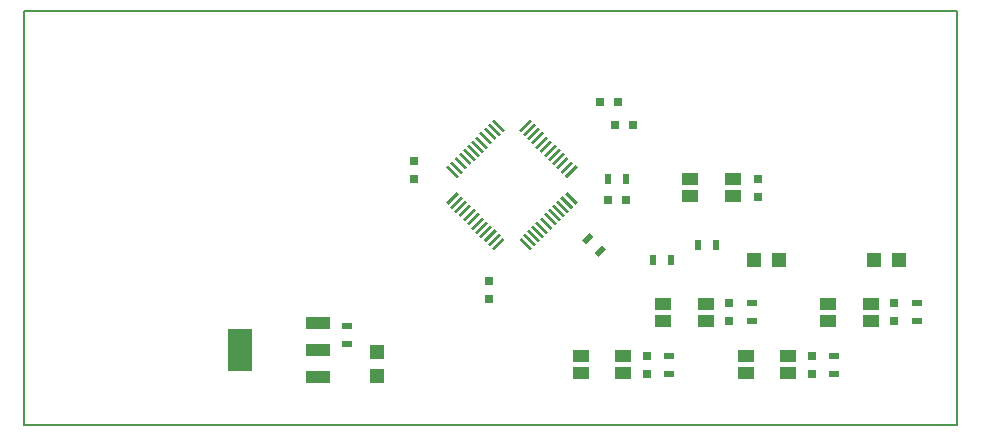
<source format=gbr>
G04 #@! TF.FileFunction,Paste,Top*
%FSLAX46Y46*%
G04 Gerber Fmt 4.6, Leading zero omitted, Abs format (unit mm)*
G04 Created by KiCad (PCBNEW 4.0.0-rc1-stable) date 01.11.2015 14:42:16*
%MOMM*%
G01*
G04 APERTURE LIST*
%ADD10C,0.100000*%
%ADD11C,0.150000*%
%ADD12R,1.198880X1.198880*%
%ADD13R,1.400000X1.050000*%
%ADD14R,2.032000X3.657600*%
%ADD15R,2.032000X1.016000*%
%ADD16R,0.750000X0.800000*%
%ADD17R,0.800000X0.750000*%
%ADD18R,0.500000X0.900000*%
%ADD19R,0.900000X0.500000*%
G04 APERTURE END LIST*
D10*
D11*
X137420000Y-107950000D02*
X58420000Y-107950000D01*
X137420000Y-72950000D02*
X137420000Y-107950000D01*
X58420000Y-72950000D02*
X137420000Y-72950000D01*
X58420000Y-107950000D02*
X58420000Y-72950000D01*
D10*
G36*
X105086689Y-85950621D02*
X105263466Y-86127398D01*
X104344227Y-87046637D01*
X104167450Y-86869860D01*
X105086689Y-85950621D01*
X105086689Y-85950621D01*
G37*
G36*
X104733136Y-85597068D02*
X104909913Y-85773845D01*
X103990674Y-86693084D01*
X103813897Y-86516307D01*
X104733136Y-85597068D01*
X104733136Y-85597068D01*
G37*
G36*
X104379582Y-85243514D02*
X104556359Y-85420291D01*
X103637120Y-86339530D01*
X103460343Y-86162753D01*
X104379582Y-85243514D01*
X104379582Y-85243514D01*
G37*
G36*
X104026029Y-84889961D02*
X104202806Y-85066738D01*
X103283567Y-85985977D01*
X103106790Y-85809200D01*
X104026029Y-84889961D01*
X104026029Y-84889961D01*
G37*
G36*
X103672476Y-84536408D02*
X103849253Y-84713185D01*
X102930014Y-85632424D01*
X102753237Y-85455647D01*
X103672476Y-84536408D01*
X103672476Y-84536408D01*
G37*
G36*
X103318922Y-84182854D02*
X103495699Y-84359631D01*
X102576460Y-85278870D01*
X102399683Y-85102093D01*
X103318922Y-84182854D01*
X103318922Y-84182854D01*
G37*
G36*
X102965369Y-83829301D02*
X103142146Y-84006078D01*
X102222907Y-84925317D01*
X102046130Y-84748540D01*
X102965369Y-83829301D01*
X102965369Y-83829301D01*
G37*
G36*
X102611815Y-83475747D02*
X102788592Y-83652524D01*
X101869353Y-84571763D01*
X101692576Y-84394986D01*
X102611815Y-83475747D01*
X102611815Y-83475747D01*
G37*
G36*
X102258262Y-83122194D02*
X102435039Y-83298971D01*
X101515800Y-84218210D01*
X101339023Y-84041433D01*
X102258262Y-83122194D01*
X102258262Y-83122194D01*
G37*
G36*
X101904709Y-82768641D02*
X102081486Y-82945418D01*
X101162247Y-83864657D01*
X100985470Y-83687880D01*
X101904709Y-82768641D01*
X101904709Y-82768641D01*
G37*
G36*
X101551155Y-82415087D02*
X101727932Y-82591864D01*
X100808693Y-83511103D01*
X100631916Y-83334326D01*
X101551155Y-82415087D01*
X101551155Y-82415087D01*
G37*
G36*
X101197602Y-82061534D02*
X101374379Y-82238311D01*
X100455140Y-83157550D01*
X100278363Y-82980773D01*
X101197602Y-82061534D01*
X101197602Y-82061534D01*
G37*
G36*
X98015621Y-82238311D02*
X98192398Y-82061534D01*
X99111637Y-82980773D01*
X98934860Y-83157550D01*
X98015621Y-82238311D01*
X98015621Y-82238311D01*
G37*
G36*
X97662068Y-82591864D02*
X97838845Y-82415087D01*
X98758084Y-83334326D01*
X98581307Y-83511103D01*
X97662068Y-82591864D01*
X97662068Y-82591864D01*
G37*
G36*
X97308514Y-82945418D02*
X97485291Y-82768641D01*
X98404530Y-83687880D01*
X98227753Y-83864657D01*
X97308514Y-82945418D01*
X97308514Y-82945418D01*
G37*
G36*
X96954961Y-83298971D02*
X97131738Y-83122194D01*
X98050977Y-84041433D01*
X97874200Y-84218210D01*
X96954961Y-83298971D01*
X96954961Y-83298971D01*
G37*
G36*
X96601408Y-83652524D02*
X96778185Y-83475747D01*
X97697424Y-84394986D01*
X97520647Y-84571763D01*
X96601408Y-83652524D01*
X96601408Y-83652524D01*
G37*
G36*
X96247854Y-84006078D02*
X96424631Y-83829301D01*
X97343870Y-84748540D01*
X97167093Y-84925317D01*
X96247854Y-84006078D01*
X96247854Y-84006078D01*
G37*
G36*
X95894301Y-84359631D02*
X96071078Y-84182854D01*
X96990317Y-85102093D01*
X96813540Y-85278870D01*
X95894301Y-84359631D01*
X95894301Y-84359631D01*
G37*
G36*
X95540747Y-84713185D02*
X95717524Y-84536408D01*
X96636763Y-85455647D01*
X96459986Y-85632424D01*
X95540747Y-84713185D01*
X95540747Y-84713185D01*
G37*
G36*
X95187194Y-85066738D02*
X95363971Y-84889961D01*
X96283210Y-85809200D01*
X96106433Y-85985977D01*
X95187194Y-85066738D01*
X95187194Y-85066738D01*
G37*
G36*
X94833641Y-85420291D02*
X95010418Y-85243514D01*
X95929657Y-86162753D01*
X95752880Y-86339530D01*
X94833641Y-85420291D01*
X94833641Y-85420291D01*
G37*
G36*
X94480087Y-85773845D02*
X94656864Y-85597068D01*
X95576103Y-86516307D01*
X95399326Y-86693084D01*
X94480087Y-85773845D01*
X94480087Y-85773845D01*
G37*
G36*
X94126534Y-86127398D02*
X94303311Y-85950621D01*
X95222550Y-86869860D01*
X95045773Y-87046637D01*
X94126534Y-86127398D01*
X94126534Y-86127398D01*
G37*
G36*
X95045773Y-88213363D02*
X95222550Y-88390140D01*
X94303311Y-89309379D01*
X94126534Y-89132602D01*
X95045773Y-88213363D01*
X95045773Y-88213363D01*
G37*
G36*
X95399326Y-88566916D02*
X95576103Y-88743693D01*
X94656864Y-89662932D01*
X94480087Y-89486155D01*
X95399326Y-88566916D01*
X95399326Y-88566916D01*
G37*
G36*
X95752880Y-88920470D02*
X95929657Y-89097247D01*
X95010418Y-90016486D01*
X94833641Y-89839709D01*
X95752880Y-88920470D01*
X95752880Y-88920470D01*
G37*
G36*
X96106433Y-89274023D02*
X96283210Y-89450800D01*
X95363971Y-90370039D01*
X95187194Y-90193262D01*
X96106433Y-89274023D01*
X96106433Y-89274023D01*
G37*
G36*
X96459986Y-89627576D02*
X96636763Y-89804353D01*
X95717524Y-90723592D01*
X95540747Y-90546815D01*
X96459986Y-89627576D01*
X96459986Y-89627576D01*
G37*
G36*
X96813540Y-89981130D02*
X96990317Y-90157907D01*
X96071078Y-91077146D01*
X95894301Y-90900369D01*
X96813540Y-89981130D01*
X96813540Y-89981130D01*
G37*
G36*
X97167093Y-90334683D02*
X97343870Y-90511460D01*
X96424631Y-91430699D01*
X96247854Y-91253922D01*
X97167093Y-90334683D01*
X97167093Y-90334683D01*
G37*
G36*
X97520647Y-90688237D02*
X97697424Y-90865014D01*
X96778185Y-91784253D01*
X96601408Y-91607476D01*
X97520647Y-90688237D01*
X97520647Y-90688237D01*
G37*
G36*
X97874200Y-91041790D02*
X98050977Y-91218567D01*
X97131738Y-92137806D01*
X96954961Y-91961029D01*
X97874200Y-91041790D01*
X97874200Y-91041790D01*
G37*
G36*
X98227753Y-91395343D02*
X98404530Y-91572120D01*
X97485291Y-92491359D01*
X97308514Y-92314582D01*
X98227753Y-91395343D01*
X98227753Y-91395343D01*
G37*
G36*
X98581307Y-91748897D02*
X98758084Y-91925674D01*
X97838845Y-92844913D01*
X97662068Y-92668136D01*
X98581307Y-91748897D01*
X98581307Y-91748897D01*
G37*
G36*
X98934860Y-92102450D02*
X99111637Y-92279227D01*
X98192398Y-93198466D01*
X98015621Y-93021689D01*
X98934860Y-92102450D01*
X98934860Y-92102450D01*
G37*
G36*
X100278363Y-92279227D02*
X100455140Y-92102450D01*
X101374379Y-93021689D01*
X101197602Y-93198466D01*
X100278363Y-92279227D01*
X100278363Y-92279227D01*
G37*
G36*
X100631916Y-91925674D02*
X100808693Y-91748897D01*
X101727932Y-92668136D01*
X101551155Y-92844913D01*
X100631916Y-91925674D01*
X100631916Y-91925674D01*
G37*
G36*
X100985470Y-91572120D02*
X101162247Y-91395343D01*
X102081486Y-92314582D01*
X101904709Y-92491359D01*
X100985470Y-91572120D01*
X100985470Y-91572120D01*
G37*
G36*
X101339023Y-91218567D02*
X101515800Y-91041790D01*
X102435039Y-91961029D01*
X102258262Y-92137806D01*
X101339023Y-91218567D01*
X101339023Y-91218567D01*
G37*
G36*
X101692576Y-90865014D02*
X101869353Y-90688237D01*
X102788592Y-91607476D01*
X102611815Y-91784253D01*
X101692576Y-90865014D01*
X101692576Y-90865014D01*
G37*
G36*
X102046130Y-90511460D02*
X102222907Y-90334683D01*
X103142146Y-91253922D01*
X102965369Y-91430699D01*
X102046130Y-90511460D01*
X102046130Y-90511460D01*
G37*
G36*
X102399683Y-90157907D02*
X102576460Y-89981130D01*
X103495699Y-90900369D01*
X103318922Y-91077146D01*
X102399683Y-90157907D01*
X102399683Y-90157907D01*
G37*
G36*
X102753237Y-89804353D02*
X102930014Y-89627576D01*
X103849253Y-90546815D01*
X103672476Y-90723592D01*
X102753237Y-89804353D01*
X102753237Y-89804353D01*
G37*
G36*
X103106790Y-89450800D02*
X103283567Y-89274023D01*
X104202806Y-90193262D01*
X104026029Y-90370039D01*
X103106790Y-89450800D01*
X103106790Y-89450800D01*
G37*
G36*
X103460343Y-89097247D02*
X103637120Y-88920470D01*
X104556359Y-89839709D01*
X104379582Y-90016486D01*
X103460343Y-89097247D01*
X103460343Y-89097247D01*
G37*
G36*
X103813897Y-88743693D02*
X103990674Y-88566916D01*
X104909913Y-89486155D01*
X104733136Y-89662932D01*
X103813897Y-88743693D01*
X103813897Y-88743693D01*
G37*
G36*
X104167450Y-88390140D02*
X104344227Y-88213363D01*
X105263466Y-89132602D01*
X105086689Y-89309379D01*
X104167450Y-88390140D01*
X104167450Y-88390140D01*
G37*
D12*
X130395980Y-93980000D03*
X132494020Y-93980000D03*
X120235980Y-93980000D03*
X122334020Y-93980000D03*
D13*
X118386000Y-87159000D03*
X114786000Y-87159000D03*
X118386000Y-88609000D03*
X114786000Y-88609000D03*
X130070000Y-97700000D03*
X126470000Y-97700000D03*
X130070000Y-99150000D03*
X126470000Y-99150000D03*
X123085000Y-102145000D03*
X119485000Y-102145000D03*
X123085000Y-103595000D03*
X119485000Y-103595000D03*
X116100000Y-97700000D03*
X112500000Y-97700000D03*
X116100000Y-99150000D03*
X112500000Y-99150000D03*
X109115000Y-102145000D03*
X105515000Y-102145000D03*
X109115000Y-103595000D03*
X105515000Y-103595000D03*
D14*
X76708000Y-101600000D03*
D15*
X83312000Y-101600000D03*
X83312000Y-99314000D03*
X83312000Y-103886000D03*
D12*
X88265000Y-101750980D03*
X88265000Y-103849020D03*
D16*
X97790000Y-95770000D03*
X97790000Y-97270000D03*
D17*
X107835000Y-88900000D03*
X109335000Y-88900000D03*
X108470000Y-82550000D03*
X109970000Y-82550000D03*
X107200000Y-80645000D03*
X108700000Y-80645000D03*
D16*
X120523000Y-87134000D03*
X120523000Y-88634000D03*
X91440000Y-85610000D03*
X91440000Y-87110000D03*
X132080000Y-97675000D03*
X132080000Y-99175000D03*
X125095000Y-102120000D03*
X125095000Y-103620000D03*
X118110000Y-97675000D03*
X118110000Y-99175000D03*
X111125000Y-102120000D03*
X111125000Y-103620000D03*
D18*
X109335000Y-87122000D03*
X107835000Y-87122000D03*
D10*
G36*
X107705305Y-93098909D02*
X107068909Y-93735305D01*
X106715355Y-93381751D01*
X107351751Y-92745355D01*
X107705305Y-93098909D01*
X107705305Y-93098909D01*
G37*
G36*
X106644645Y-92038249D02*
X106008249Y-92674645D01*
X105654695Y-92321091D01*
X106291091Y-91684695D01*
X106644645Y-92038249D01*
X106644645Y-92038249D01*
G37*
D19*
X133985000Y-97675000D03*
X133985000Y-99175000D03*
D18*
X113145000Y-93980000D03*
X111645000Y-93980000D03*
X116955000Y-92710000D03*
X115455000Y-92710000D03*
D19*
X127000000Y-102120000D03*
X127000000Y-103620000D03*
X120015000Y-97675000D03*
X120015000Y-99175000D03*
X113030000Y-102120000D03*
X113030000Y-103620000D03*
X85725000Y-99580000D03*
X85725000Y-101080000D03*
M02*

</source>
